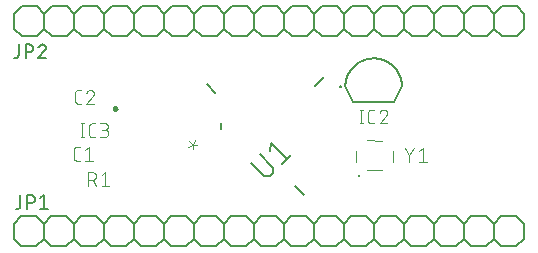
<source format=gbr>
G04 EAGLE Gerber RS-274X export*
G75*
%MOMM*%
%FSLAX34Y34*%
%LPD*%
%INSilkscreen Top*%
%IPPOS*%
%AMOC8*
5,1,8,0,0,1.08239X$1,22.5*%
G01*
%ADD10C,0.101600*%
%ADD11C,0.200000*%
%ADD12C,0.250000*%
%ADD13C,0.152400*%
%ADD14C,0.127000*%
%ADD15C,0.076200*%
%ADD16C,0.203200*%
%ADD17C,0.100000*%
%ADD18C,0.100000*%


D10*
X68601Y85108D02*
X66004Y85108D01*
X65905Y85110D01*
X65805Y85116D01*
X65706Y85125D01*
X65608Y85138D01*
X65510Y85155D01*
X65412Y85176D01*
X65316Y85201D01*
X65221Y85229D01*
X65127Y85261D01*
X65034Y85296D01*
X64942Y85335D01*
X64852Y85378D01*
X64764Y85423D01*
X64677Y85473D01*
X64593Y85525D01*
X64510Y85581D01*
X64430Y85639D01*
X64352Y85701D01*
X64277Y85766D01*
X64204Y85834D01*
X64134Y85904D01*
X64066Y85977D01*
X64001Y86052D01*
X63939Y86130D01*
X63881Y86210D01*
X63825Y86293D01*
X63773Y86377D01*
X63723Y86464D01*
X63678Y86552D01*
X63635Y86642D01*
X63596Y86734D01*
X63561Y86827D01*
X63529Y86921D01*
X63501Y87016D01*
X63476Y87112D01*
X63455Y87210D01*
X63438Y87308D01*
X63425Y87406D01*
X63416Y87505D01*
X63410Y87605D01*
X63408Y87704D01*
X63408Y94196D01*
X63410Y94295D01*
X63416Y94395D01*
X63425Y94494D01*
X63438Y94592D01*
X63455Y94690D01*
X63476Y94788D01*
X63501Y94884D01*
X63529Y94979D01*
X63561Y95073D01*
X63596Y95166D01*
X63635Y95258D01*
X63678Y95348D01*
X63723Y95436D01*
X63773Y95523D01*
X63825Y95607D01*
X63881Y95690D01*
X63939Y95770D01*
X64001Y95848D01*
X64066Y95923D01*
X64134Y95996D01*
X64204Y96066D01*
X64277Y96134D01*
X64352Y96199D01*
X64430Y96261D01*
X64510Y96319D01*
X64593Y96375D01*
X64677Y96427D01*
X64764Y96477D01*
X64852Y96522D01*
X64942Y96565D01*
X65034Y96604D01*
X65126Y96639D01*
X65221Y96671D01*
X65316Y96699D01*
X65412Y96724D01*
X65510Y96745D01*
X65608Y96762D01*
X65706Y96775D01*
X65805Y96784D01*
X65905Y96790D01*
X66004Y96792D01*
X68601Y96792D01*
X72966Y94196D02*
X76212Y96792D01*
X76212Y85108D01*
X79457Y85108D02*
X72966Y85108D01*
X69801Y133108D02*
X67204Y133108D01*
X67105Y133110D01*
X67005Y133116D01*
X66906Y133125D01*
X66808Y133138D01*
X66710Y133155D01*
X66612Y133176D01*
X66516Y133201D01*
X66421Y133229D01*
X66327Y133261D01*
X66234Y133296D01*
X66142Y133335D01*
X66052Y133378D01*
X65964Y133423D01*
X65877Y133473D01*
X65793Y133525D01*
X65710Y133581D01*
X65630Y133639D01*
X65552Y133701D01*
X65477Y133766D01*
X65404Y133834D01*
X65334Y133904D01*
X65266Y133977D01*
X65201Y134052D01*
X65139Y134130D01*
X65081Y134210D01*
X65025Y134293D01*
X64973Y134377D01*
X64923Y134464D01*
X64878Y134552D01*
X64835Y134642D01*
X64796Y134734D01*
X64761Y134827D01*
X64729Y134921D01*
X64701Y135016D01*
X64676Y135112D01*
X64655Y135210D01*
X64638Y135308D01*
X64625Y135406D01*
X64616Y135505D01*
X64610Y135605D01*
X64608Y135704D01*
X64608Y142196D01*
X64610Y142295D01*
X64616Y142395D01*
X64625Y142494D01*
X64638Y142592D01*
X64655Y142690D01*
X64676Y142788D01*
X64701Y142884D01*
X64729Y142979D01*
X64761Y143073D01*
X64796Y143166D01*
X64835Y143258D01*
X64878Y143348D01*
X64923Y143436D01*
X64973Y143523D01*
X65025Y143607D01*
X65081Y143690D01*
X65139Y143770D01*
X65201Y143848D01*
X65266Y143923D01*
X65334Y143996D01*
X65404Y144066D01*
X65477Y144134D01*
X65552Y144199D01*
X65630Y144261D01*
X65710Y144319D01*
X65793Y144375D01*
X65877Y144427D01*
X65964Y144477D01*
X66052Y144522D01*
X66142Y144565D01*
X66234Y144604D01*
X66326Y144639D01*
X66421Y144671D01*
X66516Y144699D01*
X66612Y144724D01*
X66710Y144745D01*
X66808Y144762D01*
X66906Y144775D01*
X67005Y144784D01*
X67105Y144790D01*
X67204Y144792D01*
X69801Y144792D01*
X77736Y144792D02*
X77843Y144790D01*
X77949Y144784D01*
X78055Y144774D01*
X78161Y144761D01*
X78267Y144743D01*
X78371Y144722D01*
X78475Y144697D01*
X78578Y144668D01*
X78679Y144636D01*
X78779Y144599D01*
X78878Y144559D01*
X78976Y144516D01*
X79072Y144469D01*
X79166Y144418D01*
X79258Y144364D01*
X79348Y144307D01*
X79436Y144247D01*
X79521Y144183D01*
X79604Y144116D01*
X79685Y144046D01*
X79763Y143974D01*
X79839Y143898D01*
X79911Y143820D01*
X79981Y143739D01*
X80048Y143656D01*
X80112Y143571D01*
X80172Y143483D01*
X80229Y143393D01*
X80283Y143301D01*
X80334Y143207D01*
X80381Y143111D01*
X80424Y143013D01*
X80464Y142914D01*
X80501Y142814D01*
X80533Y142713D01*
X80562Y142610D01*
X80587Y142506D01*
X80608Y142402D01*
X80626Y142296D01*
X80639Y142190D01*
X80649Y142084D01*
X80655Y141978D01*
X80657Y141871D01*
X77736Y144792D02*
X77615Y144790D01*
X77494Y144784D01*
X77374Y144774D01*
X77253Y144761D01*
X77134Y144743D01*
X77014Y144722D01*
X76896Y144697D01*
X76779Y144668D01*
X76662Y144635D01*
X76547Y144599D01*
X76433Y144558D01*
X76320Y144515D01*
X76208Y144467D01*
X76099Y144416D01*
X75991Y144361D01*
X75884Y144303D01*
X75780Y144242D01*
X75678Y144177D01*
X75578Y144109D01*
X75480Y144038D01*
X75384Y143964D01*
X75291Y143887D01*
X75201Y143806D01*
X75113Y143723D01*
X75028Y143637D01*
X74945Y143548D01*
X74866Y143457D01*
X74789Y143363D01*
X74716Y143267D01*
X74646Y143169D01*
X74579Y143068D01*
X74515Y142965D01*
X74455Y142860D01*
X74398Y142753D01*
X74344Y142645D01*
X74294Y142535D01*
X74248Y142423D01*
X74205Y142310D01*
X74166Y142195D01*
X79684Y139599D02*
X79763Y139676D01*
X79839Y139757D01*
X79912Y139840D01*
X79982Y139925D01*
X80049Y140013D01*
X80113Y140103D01*
X80173Y140195D01*
X80230Y140290D01*
X80284Y140386D01*
X80335Y140484D01*
X80382Y140584D01*
X80426Y140686D01*
X80466Y140789D01*
X80502Y140893D01*
X80534Y140999D01*
X80563Y141105D01*
X80588Y141213D01*
X80610Y141321D01*
X80627Y141431D01*
X80641Y141540D01*
X80650Y141650D01*
X80656Y141761D01*
X80658Y141871D01*
X79684Y139599D02*
X74166Y133108D01*
X80657Y133108D01*
D11*
X293400Y148100D02*
X293422Y148691D01*
X293459Y149281D01*
X293510Y149870D01*
X293575Y150458D01*
X293655Y151044D01*
X293750Y151628D01*
X293858Y152209D01*
X293981Y152788D01*
X294118Y153363D01*
X294269Y153935D01*
X294434Y154503D01*
X294613Y155066D01*
X294806Y155625D01*
X295013Y156180D01*
X295232Y156729D01*
X295466Y157272D01*
X295712Y157810D01*
X295972Y158341D01*
X296245Y158866D01*
X296530Y159384D01*
X296828Y159895D01*
X297139Y160398D01*
X297461Y160893D01*
X297796Y161381D01*
X298143Y161860D01*
X298501Y162331D01*
X298871Y162792D01*
X299252Y163244D01*
X299644Y163687D01*
X300047Y164120D01*
X300460Y164544D01*
X300883Y164956D01*
X301317Y165359D01*
X301760Y165750D01*
X302212Y166131D01*
X302674Y166500D01*
X303145Y166858D01*
X303624Y167205D01*
X304112Y167539D01*
X304608Y167861D01*
X305112Y168171D01*
X305623Y168469D01*
X306141Y168754D01*
X306666Y169026D01*
X307197Y169286D01*
X307735Y169532D01*
X308279Y169765D01*
X308828Y169984D01*
X309382Y170190D01*
X309941Y170382D01*
X310505Y170561D01*
X311073Y170726D01*
X311645Y170876D01*
X312220Y171013D01*
X312799Y171135D01*
X313380Y171243D01*
X313964Y171337D01*
X314550Y171417D01*
X315138Y171482D01*
X315727Y171533D01*
X316318Y171569D01*
X316909Y171591D01*
X317500Y171598D01*
X318091Y171591D01*
X318682Y171569D01*
X319273Y171533D01*
X319862Y171482D01*
X320450Y171417D01*
X321036Y171337D01*
X321620Y171243D01*
X322201Y171135D01*
X322780Y171013D01*
X323355Y170876D01*
X323927Y170726D01*
X324495Y170561D01*
X325059Y170382D01*
X325618Y170190D01*
X326172Y169984D01*
X326721Y169765D01*
X327265Y169532D01*
X327803Y169286D01*
X328334Y169026D01*
X328859Y168754D01*
X329377Y168469D01*
X329888Y168171D01*
X330392Y167861D01*
X330888Y167539D01*
X331376Y167205D01*
X331855Y166858D01*
X332326Y166500D01*
X332788Y166131D01*
X333240Y165750D01*
X333683Y165359D01*
X334117Y164956D01*
X334540Y164544D01*
X334953Y164120D01*
X335356Y163687D01*
X335748Y163244D01*
X336129Y162792D01*
X336499Y162331D01*
X336857Y161860D01*
X337204Y161381D01*
X337539Y160893D01*
X337861Y160398D01*
X338172Y159895D01*
X338470Y159384D01*
X338755Y158866D01*
X339028Y158341D01*
X339288Y157810D01*
X339534Y157272D01*
X339768Y156729D01*
X339987Y156180D01*
X340194Y155625D01*
X340387Y155066D01*
X340566Y154503D01*
X340731Y153935D01*
X340882Y153363D01*
X341019Y152788D01*
X341142Y152209D01*
X341250Y151628D01*
X341345Y151044D01*
X341425Y150458D01*
X341490Y149870D01*
X341541Y149281D01*
X341578Y148691D01*
X341600Y148100D01*
X300350Y134800D02*
X293400Y148100D01*
X300350Y134800D02*
X334650Y134800D01*
X341600Y148100D01*
X289191Y147970D02*
X289193Y148012D01*
X289199Y148054D01*
X289209Y148096D01*
X289222Y148136D01*
X289239Y148175D01*
X289260Y148212D01*
X289284Y148247D01*
X289311Y148279D01*
X289341Y148309D01*
X289373Y148336D01*
X289408Y148360D01*
X289445Y148381D01*
X289484Y148398D01*
X289524Y148411D01*
X289566Y148421D01*
X289608Y148427D01*
X289650Y148429D01*
X289692Y148427D01*
X289734Y148421D01*
X289776Y148411D01*
X289816Y148398D01*
X289855Y148381D01*
X289892Y148360D01*
X289927Y148336D01*
X289959Y148309D01*
X289989Y148279D01*
X290016Y148247D01*
X290040Y148212D01*
X290061Y148175D01*
X290078Y148136D01*
X290091Y148096D01*
X290101Y148054D01*
X290107Y148012D01*
X290109Y147970D01*
X290107Y147928D01*
X290101Y147886D01*
X290091Y147844D01*
X290078Y147804D01*
X290061Y147765D01*
X290040Y147728D01*
X290016Y147693D01*
X289989Y147661D01*
X289959Y147631D01*
X289927Y147604D01*
X289892Y147580D01*
X289855Y147559D01*
X289816Y147542D01*
X289776Y147529D01*
X289734Y147519D01*
X289692Y147513D01*
X289650Y147511D01*
X289608Y147513D01*
X289566Y147519D01*
X289524Y147529D01*
X289484Y147542D01*
X289445Y147559D01*
X289408Y147580D01*
X289373Y147604D01*
X289341Y147631D01*
X289311Y147661D01*
X289284Y147693D01*
X289260Y147728D01*
X289239Y147765D01*
X289222Y147804D01*
X289209Y147844D01*
X289199Y147886D01*
X289193Y147928D01*
X289191Y147970D01*
D10*
X307012Y128162D02*
X307012Y116478D01*
X305714Y116478D02*
X308310Y116478D01*
X308310Y128162D02*
X305714Y128162D01*
X315474Y116478D02*
X318070Y116478D01*
X315474Y116478D02*
X315375Y116480D01*
X315275Y116486D01*
X315176Y116495D01*
X315078Y116508D01*
X314980Y116525D01*
X314882Y116546D01*
X314786Y116571D01*
X314691Y116599D01*
X314597Y116631D01*
X314504Y116666D01*
X314412Y116705D01*
X314322Y116748D01*
X314234Y116793D01*
X314147Y116843D01*
X314063Y116895D01*
X313980Y116951D01*
X313900Y117009D01*
X313822Y117071D01*
X313747Y117136D01*
X313674Y117204D01*
X313604Y117274D01*
X313536Y117347D01*
X313471Y117422D01*
X313409Y117500D01*
X313351Y117580D01*
X313295Y117663D01*
X313243Y117747D01*
X313193Y117834D01*
X313148Y117922D01*
X313105Y118012D01*
X313066Y118104D01*
X313031Y118197D01*
X312999Y118291D01*
X312971Y118386D01*
X312946Y118482D01*
X312925Y118580D01*
X312908Y118678D01*
X312895Y118776D01*
X312886Y118875D01*
X312880Y118975D01*
X312878Y119074D01*
X312877Y119074D02*
X312877Y125566D01*
X312878Y125566D02*
X312880Y125665D01*
X312886Y125765D01*
X312895Y125864D01*
X312908Y125962D01*
X312925Y126060D01*
X312946Y126158D01*
X312971Y126254D01*
X312999Y126349D01*
X313031Y126443D01*
X313066Y126536D01*
X313105Y126628D01*
X313148Y126718D01*
X313193Y126806D01*
X313243Y126893D01*
X313295Y126977D01*
X313351Y127060D01*
X313409Y127140D01*
X313471Y127218D01*
X313536Y127293D01*
X313604Y127366D01*
X313674Y127436D01*
X313747Y127504D01*
X313822Y127569D01*
X313900Y127631D01*
X313980Y127689D01*
X314063Y127745D01*
X314147Y127797D01*
X314234Y127847D01*
X314322Y127892D01*
X314412Y127935D01*
X314504Y127974D01*
X314596Y128009D01*
X314691Y128041D01*
X314786Y128069D01*
X314882Y128094D01*
X314980Y128115D01*
X315078Y128132D01*
X315176Y128145D01*
X315275Y128154D01*
X315375Y128160D01*
X315474Y128162D01*
X318070Y128162D01*
X326005Y128162D02*
X326112Y128160D01*
X326218Y128154D01*
X326324Y128144D01*
X326430Y128131D01*
X326536Y128113D01*
X326640Y128092D01*
X326744Y128067D01*
X326847Y128038D01*
X326948Y128006D01*
X327048Y127969D01*
X327147Y127929D01*
X327245Y127886D01*
X327341Y127839D01*
X327435Y127788D01*
X327527Y127734D01*
X327617Y127677D01*
X327705Y127617D01*
X327790Y127553D01*
X327873Y127486D01*
X327954Y127416D01*
X328032Y127344D01*
X328108Y127268D01*
X328180Y127190D01*
X328250Y127109D01*
X328317Y127026D01*
X328381Y126941D01*
X328441Y126853D01*
X328498Y126763D01*
X328552Y126671D01*
X328603Y126577D01*
X328650Y126481D01*
X328693Y126383D01*
X328733Y126284D01*
X328770Y126184D01*
X328802Y126083D01*
X328831Y125980D01*
X328856Y125876D01*
X328877Y125772D01*
X328895Y125666D01*
X328908Y125560D01*
X328918Y125454D01*
X328924Y125348D01*
X328926Y125241D01*
X326005Y128162D02*
X325884Y128160D01*
X325763Y128154D01*
X325643Y128144D01*
X325522Y128131D01*
X325403Y128113D01*
X325283Y128092D01*
X325165Y128067D01*
X325048Y128038D01*
X324931Y128005D01*
X324816Y127969D01*
X324702Y127928D01*
X324589Y127885D01*
X324477Y127837D01*
X324368Y127786D01*
X324260Y127731D01*
X324153Y127673D01*
X324049Y127612D01*
X323947Y127547D01*
X323847Y127479D01*
X323749Y127408D01*
X323653Y127334D01*
X323560Y127257D01*
X323470Y127176D01*
X323382Y127093D01*
X323297Y127007D01*
X323214Y126918D01*
X323135Y126827D01*
X323058Y126733D01*
X322985Y126637D01*
X322915Y126539D01*
X322848Y126438D01*
X322784Y126335D01*
X322724Y126230D01*
X322667Y126123D01*
X322613Y126015D01*
X322563Y125905D01*
X322517Y125793D01*
X322474Y125680D01*
X322435Y125565D01*
X327953Y122969D02*
X328032Y123046D01*
X328108Y123127D01*
X328181Y123210D01*
X328251Y123295D01*
X328318Y123383D01*
X328382Y123473D01*
X328442Y123565D01*
X328499Y123660D01*
X328553Y123756D01*
X328604Y123854D01*
X328651Y123954D01*
X328695Y124056D01*
X328735Y124159D01*
X328771Y124263D01*
X328803Y124369D01*
X328832Y124475D01*
X328857Y124583D01*
X328879Y124691D01*
X328896Y124801D01*
X328910Y124910D01*
X328919Y125020D01*
X328925Y125131D01*
X328927Y125241D01*
X327953Y122969D02*
X322435Y116478D01*
X328926Y116478D01*
D12*
X97250Y128950D02*
X97252Y129020D01*
X97258Y129090D01*
X97268Y129159D01*
X97281Y129228D01*
X97299Y129296D01*
X97320Y129363D01*
X97345Y129428D01*
X97374Y129492D01*
X97406Y129555D01*
X97442Y129615D01*
X97481Y129673D01*
X97523Y129729D01*
X97568Y129783D01*
X97616Y129834D01*
X97667Y129882D01*
X97721Y129927D01*
X97777Y129969D01*
X97835Y130008D01*
X97895Y130044D01*
X97958Y130076D01*
X98022Y130105D01*
X98087Y130130D01*
X98154Y130151D01*
X98222Y130169D01*
X98291Y130182D01*
X98360Y130192D01*
X98430Y130198D01*
X98500Y130200D01*
X98570Y130198D01*
X98640Y130192D01*
X98709Y130182D01*
X98778Y130169D01*
X98846Y130151D01*
X98913Y130130D01*
X98978Y130105D01*
X99042Y130076D01*
X99105Y130044D01*
X99165Y130008D01*
X99223Y129969D01*
X99279Y129927D01*
X99333Y129882D01*
X99384Y129834D01*
X99432Y129783D01*
X99477Y129729D01*
X99519Y129673D01*
X99558Y129615D01*
X99594Y129555D01*
X99626Y129492D01*
X99655Y129428D01*
X99680Y129363D01*
X99701Y129296D01*
X99719Y129228D01*
X99732Y129159D01*
X99742Y129090D01*
X99748Y129020D01*
X99750Y128950D01*
X99748Y128880D01*
X99742Y128810D01*
X99732Y128741D01*
X99719Y128672D01*
X99701Y128604D01*
X99680Y128537D01*
X99655Y128472D01*
X99626Y128408D01*
X99594Y128345D01*
X99558Y128285D01*
X99519Y128227D01*
X99477Y128171D01*
X99432Y128117D01*
X99384Y128066D01*
X99333Y128018D01*
X99279Y127973D01*
X99223Y127931D01*
X99165Y127892D01*
X99105Y127856D01*
X99042Y127824D01*
X98978Y127795D01*
X98913Y127770D01*
X98846Y127749D01*
X98778Y127731D01*
X98709Y127718D01*
X98640Y127708D01*
X98570Y127702D01*
X98500Y127700D01*
X98430Y127702D01*
X98360Y127708D01*
X98291Y127718D01*
X98222Y127731D01*
X98154Y127749D01*
X98087Y127770D01*
X98022Y127795D01*
X97958Y127824D01*
X97895Y127856D01*
X97835Y127892D01*
X97777Y127931D01*
X97721Y127973D01*
X97667Y128018D01*
X97616Y128066D01*
X97568Y128117D01*
X97523Y128171D01*
X97481Y128227D01*
X97442Y128285D01*
X97406Y128345D01*
X97374Y128408D01*
X97345Y128472D01*
X97320Y128537D01*
X97299Y128604D01*
X97281Y128672D01*
X97268Y128741D01*
X97258Y128810D01*
X97252Y128880D01*
X97250Y128950D01*
D10*
X70692Y116542D02*
X70692Y104858D01*
X69394Y104858D02*
X71990Y104858D01*
X71990Y116542D02*
X69394Y116542D01*
X79154Y104858D02*
X81750Y104858D01*
X79154Y104858D02*
X79055Y104860D01*
X78955Y104866D01*
X78856Y104875D01*
X78758Y104888D01*
X78660Y104905D01*
X78562Y104926D01*
X78466Y104951D01*
X78371Y104979D01*
X78277Y105011D01*
X78184Y105046D01*
X78092Y105085D01*
X78002Y105128D01*
X77914Y105173D01*
X77827Y105223D01*
X77743Y105275D01*
X77660Y105331D01*
X77580Y105389D01*
X77502Y105451D01*
X77427Y105516D01*
X77354Y105584D01*
X77284Y105654D01*
X77216Y105727D01*
X77151Y105802D01*
X77089Y105880D01*
X77031Y105960D01*
X76975Y106043D01*
X76923Y106127D01*
X76873Y106214D01*
X76828Y106302D01*
X76785Y106392D01*
X76746Y106484D01*
X76711Y106577D01*
X76679Y106671D01*
X76651Y106766D01*
X76626Y106862D01*
X76605Y106960D01*
X76588Y107058D01*
X76575Y107156D01*
X76566Y107255D01*
X76560Y107355D01*
X76558Y107454D01*
X76557Y107454D02*
X76557Y113946D01*
X76558Y113946D02*
X76560Y114045D01*
X76566Y114145D01*
X76575Y114244D01*
X76588Y114342D01*
X76605Y114440D01*
X76626Y114538D01*
X76651Y114634D01*
X76679Y114729D01*
X76711Y114823D01*
X76746Y114916D01*
X76785Y115008D01*
X76828Y115098D01*
X76873Y115186D01*
X76923Y115273D01*
X76975Y115357D01*
X77031Y115440D01*
X77089Y115520D01*
X77151Y115598D01*
X77216Y115673D01*
X77284Y115746D01*
X77354Y115816D01*
X77427Y115884D01*
X77502Y115949D01*
X77580Y116011D01*
X77660Y116069D01*
X77743Y116125D01*
X77827Y116177D01*
X77914Y116227D01*
X78002Y116272D01*
X78092Y116315D01*
X78184Y116354D01*
X78276Y116389D01*
X78371Y116421D01*
X78466Y116449D01*
X78562Y116474D01*
X78660Y116495D01*
X78758Y116512D01*
X78856Y116525D01*
X78955Y116534D01*
X79055Y116540D01*
X79154Y116542D01*
X81750Y116542D01*
X86115Y104858D02*
X89361Y104858D01*
X89474Y104860D01*
X89587Y104866D01*
X89700Y104876D01*
X89813Y104890D01*
X89925Y104907D01*
X90036Y104929D01*
X90146Y104954D01*
X90256Y104984D01*
X90364Y105017D01*
X90471Y105054D01*
X90577Y105094D01*
X90681Y105139D01*
X90784Y105187D01*
X90885Y105238D01*
X90984Y105293D01*
X91081Y105351D01*
X91176Y105413D01*
X91269Y105478D01*
X91359Y105546D01*
X91447Y105617D01*
X91533Y105692D01*
X91616Y105769D01*
X91696Y105849D01*
X91773Y105932D01*
X91848Y106018D01*
X91919Y106106D01*
X91987Y106196D01*
X92052Y106289D01*
X92114Y106384D01*
X92172Y106481D01*
X92227Y106580D01*
X92278Y106681D01*
X92326Y106784D01*
X92371Y106888D01*
X92411Y106994D01*
X92448Y107101D01*
X92481Y107209D01*
X92511Y107319D01*
X92536Y107429D01*
X92558Y107540D01*
X92575Y107652D01*
X92589Y107765D01*
X92599Y107878D01*
X92605Y107991D01*
X92607Y108104D01*
X92605Y108217D01*
X92599Y108330D01*
X92589Y108443D01*
X92575Y108556D01*
X92558Y108668D01*
X92536Y108779D01*
X92511Y108889D01*
X92481Y108999D01*
X92448Y109107D01*
X92411Y109214D01*
X92371Y109320D01*
X92326Y109424D01*
X92278Y109527D01*
X92227Y109628D01*
X92172Y109727D01*
X92114Y109824D01*
X92052Y109919D01*
X91987Y110012D01*
X91919Y110102D01*
X91848Y110190D01*
X91773Y110276D01*
X91696Y110359D01*
X91616Y110439D01*
X91533Y110516D01*
X91447Y110591D01*
X91359Y110662D01*
X91269Y110730D01*
X91176Y110795D01*
X91081Y110857D01*
X90984Y110915D01*
X90885Y110970D01*
X90784Y111021D01*
X90681Y111069D01*
X90577Y111114D01*
X90471Y111154D01*
X90364Y111191D01*
X90256Y111224D01*
X90146Y111254D01*
X90036Y111279D01*
X89925Y111301D01*
X89813Y111318D01*
X89700Y111332D01*
X89587Y111342D01*
X89474Y111348D01*
X89361Y111350D01*
X90010Y116542D02*
X86115Y116542D01*
X90010Y116542D02*
X90111Y116540D01*
X90211Y116534D01*
X90311Y116524D01*
X90411Y116511D01*
X90510Y116493D01*
X90609Y116472D01*
X90706Y116447D01*
X90803Y116418D01*
X90898Y116385D01*
X90992Y116349D01*
X91084Y116309D01*
X91175Y116266D01*
X91264Y116219D01*
X91351Y116169D01*
X91437Y116115D01*
X91520Y116058D01*
X91600Y115998D01*
X91679Y115935D01*
X91755Y115868D01*
X91828Y115799D01*
X91898Y115727D01*
X91966Y115653D01*
X92031Y115576D01*
X92092Y115496D01*
X92151Y115414D01*
X92206Y115330D01*
X92258Y115244D01*
X92307Y115156D01*
X92352Y115066D01*
X92394Y114974D01*
X92432Y114881D01*
X92466Y114786D01*
X92497Y114691D01*
X92524Y114594D01*
X92547Y114496D01*
X92567Y114397D01*
X92582Y114297D01*
X92594Y114197D01*
X92602Y114097D01*
X92606Y113996D01*
X92606Y113896D01*
X92602Y113795D01*
X92594Y113695D01*
X92582Y113595D01*
X92567Y113495D01*
X92547Y113396D01*
X92524Y113298D01*
X92497Y113201D01*
X92466Y113106D01*
X92432Y113011D01*
X92394Y112918D01*
X92352Y112826D01*
X92307Y112736D01*
X92258Y112648D01*
X92206Y112562D01*
X92151Y112478D01*
X92092Y112396D01*
X92031Y112316D01*
X91966Y112239D01*
X91898Y112165D01*
X91828Y112093D01*
X91755Y112024D01*
X91679Y111957D01*
X91600Y111894D01*
X91520Y111834D01*
X91437Y111777D01*
X91351Y111723D01*
X91264Y111673D01*
X91175Y111626D01*
X91084Y111583D01*
X90992Y111543D01*
X90898Y111507D01*
X90803Y111474D01*
X90706Y111445D01*
X90609Y111420D01*
X90510Y111399D01*
X90411Y111381D01*
X90311Y111368D01*
X90211Y111358D01*
X90111Y111352D01*
X90010Y111350D01*
X90010Y111349D02*
X87414Y111349D01*
D13*
X400050Y38100D02*
X412750Y38100D01*
X419100Y31750D01*
X419100Y19050D01*
X412750Y12700D01*
X374650Y38100D02*
X368300Y31750D01*
X374650Y38100D02*
X387350Y38100D01*
X393700Y31750D01*
X393700Y19050D01*
X387350Y12700D01*
X374650Y12700D01*
X368300Y19050D01*
X393700Y31750D02*
X400050Y38100D01*
X393700Y19050D02*
X400050Y12700D01*
X412750Y12700D01*
X336550Y38100D02*
X323850Y38100D01*
X336550Y38100D02*
X342900Y31750D01*
X342900Y19050D01*
X336550Y12700D01*
X342900Y31750D02*
X349250Y38100D01*
X361950Y38100D01*
X368300Y31750D01*
X368300Y19050D01*
X361950Y12700D01*
X349250Y12700D01*
X342900Y19050D01*
X298450Y38100D02*
X292100Y31750D01*
X298450Y38100D02*
X311150Y38100D01*
X317500Y31750D01*
X317500Y19050D01*
X311150Y12700D01*
X298450Y12700D01*
X292100Y19050D01*
X317500Y31750D02*
X323850Y38100D01*
X317500Y19050D02*
X323850Y12700D01*
X336550Y12700D01*
X260350Y38100D02*
X247650Y38100D01*
X260350Y38100D02*
X266700Y31750D01*
X266700Y19050D01*
X260350Y12700D01*
X266700Y31750D02*
X273050Y38100D01*
X285750Y38100D01*
X292100Y31750D01*
X292100Y19050D01*
X285750Y12700D01*
X273050Y12700D01*
X266700Y19050D01*
X222250Y38100D02*
X215900Y31750D01*
X222250Y38100D02*
X234950Y38100D01*
X241300Y31750D01*
X241300Y19050D01*
X234950Y12700D01*
X222250Y12700D01*
X215900Y19050D01*
X241300Y31750D02*
X247650Y38100D01*
X241300Y19050D02*
X247650Y12700D01*
X260350Y12700D01*
X184150Y38100D02*
X171450Y38100D01*
X184150Y38100D02*
X190500Y31750D01*
X190500Y19050D01*
X184150Y12700D01*
X190500Y31750D02*
X196850Y38100D01*
X209550Y38100D01*
X215900Y31750D01*
X215900Y19050D01*
X209550Y12700D01*
X196850Y12700D01*
X190500Y19050D01*
X146050Y38100D02*
X139700Y31750D01*
X146050Y38100D02*
X158750Y38100D01*
X165100Y31750D01*
X165100Y19050D01*
X158750Y12700D01*
X146050Y12700D01*
X139700Y19050D01*
X165100Y31750D02*
X171450Y38100D01*
X165100Y19050D02*
X171450Y12700D01*
X184150Y12700D01*
X107950Y38100D02*
X95250Y38100D01*
X107950Y38100D02*
X114300Y31750D01*
X114300Y19050D01*
X107950Y12700D01*
X114300Y31750D02*
X120650Y38100D01*
X133350Y38100D01*
X139700Y31750D01*
X139700Y19050D01*
X133350Y12700D01*
X120650Y12700D01*
X114300Y19050D01*
X69850Y38100D02*
X63500Y31750D01*
X69850Y38100D02*
X82550Y38100D01*
X88900Y31750D01*
X88900Y19050D01*
X82550Y12700D01*
X69850Y12700D01*
X63500Y19050D01*
X88900Y31750D02*
X95250Y38100D01*
X88900Y19050D02*
X95250Y12700D01*
X107950Y12700D01*
X31750Y38100D02*
X19050Y38100D01*
X31750Y38100D02*
X38100Y31750D01*
X38100Y19050D01*
X31750Y12700D01*
X38100Y31750D02*
X44450Y38100D01*
X57150Y38100D01*
X63500Y31750D01*
X63500Y19050D01*
X57150Y12700D01*
X44450Y12700D01*
X38100Y19050D01*
X12700Y19050D02*
X12700Y31750D01*
X19050Y38100D01*
X12700Y19050D02*
X19050Y12700D01*
X31750Y12700D01*
X419100Y31750D02*
X425450Y38100D01*
X438150Y38100D01*
X444500Y31750D01*
X444500Y19050D01*
X438150Y12700D01*
X425450Y12700D01*
X419100Y19050D01*
D14*
X18383Y46863D02*
X18383Y55753D01*
X18383Y46863D02*
X18381Y46763D01*
X18375Y46664D01*
X18365Y46564D01*
X18352Y46466D01*
X18334Y46367D01*
X18313Y46270D01*
X18288Y46174D01*
X18259Y46078D01*
X18226Y45984D01*
X18190Y45891D01*
X18150Y45800D01*
X18106Y45710D01*
X18059Y45622D01*
X18009Y45536D01*
X17955Y45452D01*
X17898Y45370D01*
X17838Y45291D01*
X17774Y45213D01*
X17708Y45139D01*
X17639Y45067D01*
X17567Y44998D01*
X17493Y44932D01*
X17415Y44868D01*
X17336Y44808D01*
X17254Y44751D01*
X17170Y44697D01*
X17084Y44647D01*
X16996Y44600D01*
X16906Y44556D01*
X16815Y44516D01*
X16722Y44480D01*
X16628Y44447D01*
X16532Y44418D01*
X16436Y44393D01*
X16339Y44372D01*
X16240Y44354D01*
X16142Y44341D01*
X16042Y44331D01*
X15943Y44325D01*
X15843Y44323D01*
X14573Y44323D01*
X24363Y44323D02*
X24363Y55753D01*
X27538Y55753D01*
X27649Y55751D01*
X27759Y55745D01*
X27870Y55736D01*
X27980Y55722D01*
X28089Y55705D01*
X28198Y55684D01*
X28306Y55659D01*
X28413Y55630D01*
X28519Y55598D01*
X28624Y55562D01*
X28727Y55522D01*
X28829Y55479D01*
X28930Y55432D01*
X29029Y55381D01*
X29126Y55328D01*
X29220Y55271D01*
X29313Y55210D01*
X29404Y55147D01*
X29493Y55080D01*
X29579Y55010D01*
X29662Y54937D01*
X29744Y54862D01*
X29822Y54784D01*
X29897Y54702D01*
X29970Y54619D01*
X30040Y54533D01*
X30107Y54444D01*
X30170Y54353D01*
X30231Y54260D01*
X30288Y54165D01*
X30341Y54069D01*
X30392Y53970D01*
X30439Y53869D01*
X30482Y53767D01*
X30522Y53664D01*
X30558Y53559D01*
X30590Y53453D01*
X30619Y53346D01*
X30644Y53238D01*
X30665Y53129D01*
X30682Y53020D01*
X30696Y52910D01*
X30705Y52799D01*
X30711Y52689D01*
X30713Y52578D01*
X30711Y52467D01*
X30705Y52357D01*
X30696Y52246D01*
X30682Y52136D01*
X30665Y52027D01*
X30644Y51918D01*
X30619Y51810D01*
X30590Y51703D01*
X30558Y51597D01*
X30522Y51492D01*
X30482Y51389D01*
X30439Y51287D01*
X30392Y51186D01*
X30341Y51087D01*
X30288Y50990D01*
X30231Y50896D01*
X30170Y50803D01*
X30107Y50712D01*
X30040Y50623D01*
X29970Y50537D01*
X29897Y50454D01*
X29822Y50372D01*
X29744Y50294D01*
X29662Y50219D01*
X29579Y50146D01*
X29493Y50076D01*
X29404Y50009D01*
X29313Y49946D01*
X29220Y49885D01*
X29125Y49828D01*
X29029Y49775D01*
X28930Y49724D01*
X28829Y49677D01*
X28727Y49634D01*
X28624Y49594D01*
X28519Y49558D01*
X28413Y49526D01*
X28306Y49497D01*
X28198Y49472D01*
X28089Y49451D01*
X27980Y49434D01*
X27870Y49420D01*
X27759Y49411D01*
X27649Y49405D01*
X27538Y49403D01*
X24363Y49403D01*
X35222Y53213D02*
X38397Y55753D01*
X38397Y44323D01*
X35222Y44323D02*
X41572Y44323D01*
D13*
X400450Y215700D02*
X413150Y215700D01*
X419500Y209350D01*
X419500Y196650D01*
X413150Y190300D01*
X375050Y215700D02*
X368700Y209350D01*
X375050Y215700D02*
X387750Y215700D01*
X394100Y209350D01*
X394100Y196650D01*
X387750Y190300D01*
X375050Y190300D01*
X368700Y196650D01*
X394100Y209350D02*
X400450Y215700D01*
X394100Y196650D02*
X400450Y190300D01*
X413150Y190300D01*
X336950Y215700D02*
X324250Y215700D01*
X336950Y215700D02*
X343300Y209350D01*
X343300Y196650D01*
X336950Y190300D01*
X343300Y209350D02*
X349650Y215700D01*
X362350Y215700D01*
X368700Y209350D01*
X368700Y196650D01*
X362350Y190300D01*
X349650Y190300D01*
X343300Y196650D01*
X298850Y215700D02*
X292500Y209350D01*
X298850Y215700D02*
X311550Y215700D01*
X317900Y209350D01*
X317900Y196650D01*
X311550Y190300D01*
X298850Y190300D01*
X292500Y196650D01*
X317900Y209350D02*
X324250Y215700D01*
X317900Y196650D02*
X324250Y190300D01*
X336950Y190300D01*
X260750Y215700D02*
X248050Y215700D01*
X260750Y215700D02*
X267100Y209350D01*
X267100Y196650D01*
X260750Y190300D01*
X267100Y209350D02*
X273450Y215700D01*
X286150Y215700D01*
X292500Y209350D01*
X292500Y196650D01*
X286150Y190300D01*
X273450Y190300D01*
X267100Y196650D01*
X222650Y215700D02*
X216300Y209350D01*
X222650Y215700D02*
X235350Y215700D01*
X241700Y209350D01*
X241700Y196650D01*
X235350Y190300D01*
X222650Y190300D01*
X216300Y196650D01*
X241700Y209350D02*
X248050Y215700D01*
X241700Y196650D02*
X248050Y190300D01*
X260750Y190300D01*
X184550Y215700D02*
X171850Y215700D01*
X184550Y215700D02*
X190900Y209350D01*
X190900Y196650D01*
X184550Y190300D01*
X190900Y209350D02*
X197250Y215700D01*
X209950Y215700D01*
X216300Y209350D01*
X216300Y196650D01*
X209950Y190300D01*
X197250Y190300D01*
X190900Y196650D01*
X146450Y215700D02*
X140100Y209350D01*
X146450Y215700D02*
X159150Y215700D01*
X165500Y209350D01*
X165500Y196650D01*
X159150Y190300D01*
X146450Y190300D01*
X140100Y196650D01*
X165500Y209350D02*
X171850Y215700D01*
X165500Y196650D02*
X171850Y190300D01*
X184550Y190300D01*
X108350Y215700D02*
X95650Y215700D01*
X108350Y215700D02*
X114700Y209350D01*
X114700Y196650D01*
X108350Y190300D01*
X114700Y209350D02*
X121050Y215700D01*
X133750Y215700D01*
X140100Y209350D01*
X140100Y196650D01*
X133750Y190300D01*
X121050Y190300D01*
X114700Y196650D01*
X70250Y215700D02*
X63900Y209350D01*
X70250Y215700D02*
X82950Y215700D01*
X89300Y209350D01*
X89300Y196650D01*
X82950Y190300D01*
X70250Y190300D01*
X63900Y196650D01*
X89300Y209350D02*
X95650Y215700D01*
X89300Y196650D02*
X95650Y190300D01*
X108350Y190300D01*
X32150Y215700D02*
X19450Y215700D01*
X32150Y215700D02*
X38500Y209350D01*
X38500Y196650D01*
X32150Y190300D01*
X38500Y209350D02*
X44850Y215700D01*
X57550Y215700D01*
X63900Y209350D01*
X63900Y196650D01*
X57550Y190300D01*
X44850Y190300D01*
X38500Y196650D01*
X13100Y196650D02*
X13100Y209350D01*
X19450Y215700D01*
X13100Y196650D02*
X19450Y190300D01*
X32150Y190300D01*
X419500Y209350D02*
X425850Y215700D01*
X438550Y215700D01*
X444900Y209350D01*
X444900Y196650D01*
X438550Y190300D01*
X425850Y190300D01*
X419500Y196650D01*
D14*
X16783Y183353D02*
X16783Y174463D01*
X16781Y174363D01*
X16775Y174264D01*
X16765Y174164D01*
X16752Y174066D01*
X16734Y173967D01*
X16713Y173870D01*
X16688Y173774D01*
X16659Y173678D01*
X16626Y173584D01*
X16590Y173491D01*
X16550Y173400D01*
X16506Y173310D01*
X16459Y173222D01*
X16409Y173136D01*
X16355Y173052D01*
X16298Y172970D01*
X16238Y172891D01*
X16174Y172813D01*
X16108Y172739D01*
X16039Y172667D01*
X15967Y172598D01*
X15893Y172532D01*
X15815Y172468D01*
X15736Y172408D01*
X15654Y172351D01*
X15570Y172297D01*
X15484Y172247D01*
X15396Y172200D01*
X15306Y172156D01*
X15215Y172116D01*
X15122Y172080D01*
X15028Y172047D01*
X14932Y172018D01*
X14836Y171993D01*
X14739Y171972D01*
X14640Y171954D01*
X14542Y171941D01*
X14442Y171931D01*
X14343Y171925D01*
X14243Y171923D01*
X12973Y171923D01*
X22763Y171923D02*
X22763Y183353D01*
X25938Y183353D01*
X26049Y183351D01*
X26159Y183345D01*
X26270Y183336D01*
X26380Y183322D01*
X26489Y183305D01*
X26598Y183284D01*
X26706Y183259D01*
X26813Y183230D01*
X26919Y183198D01*
X27024Y183162D01*
X27127Y183122D01*
X27229Y183079D01*
X27330Y183032D01*
X27429Y182981D01*
X27526Y182928D01*
X27620Y182871D01*
X27713Y182810D01*
X27804Y182747D01*
X27893Y182680D01*
X27979Y182610D01*
X28062Y182537D01*
X28144Y182462D01*
X28222Y182384D01*
X28297Y182302D01*
X28370Y182219D01*
X28440Y182133D01*
X28507Y182044D01*
X28570Y181953D01*
X28631Y181860D01*
X28688Y181765D01*
X28741Y181669D01*
X28792Y181570D01*
X28839Y181469D01*
X28882Y181367D01*
X28922Y181264D01*
X28958Y181159D01*
X28990Y181053D01*
X29019Y180946D01*
X29044Y180838D01*
X29065Y180729D01*
X29082Y180620D01*
X29096Y180510D01*
X29105Y180399D01*
X29111Y180289D01*
X29113Y180178D01*
X29111Y180067D01*
X29105Y179957D01*
X29096Y179846D01*
X29082Y179736D01*
X29065Y179627D01*
X29044Y179518D01*
X29019Y179410D01*
X28990Y179303D01*
X28958Y179197D01*
X28922Y179092D01*
X28882Y178989D01*
X28839Y178887D01*
X28792Y178786D01*
X28741Y178687D01*
X28688Y178590D01*
X28631Y178496D01*
X28570Y178403D01*
X28507Y178312D01*
X28440Y178223D01*
X28370Y178137D01*
X28297Y178054D01*
X28222Y177972D01*
X28144Y177894D01*
X28062Y177819D01*
X27979Y177746D01*
X27893Y177676D01*
X27804Y177609D01*
X27713Y177546D01*
X27620Y177485D01*
X27525Y177428D01*
X27429Y177375D01*
X27330Y177324D01*
X27229Y177277D01*
X27127Y177234D01*
X27024Y177194D01*
X26919Y177158D01*
X26813Y177126D01*
X26706Y177097D01*
X26598Y177072D01*
X26489Y177051D01*
X26380Y177034D01*
X26270Y177020D01*
X26159Y177011D01*
X26049Y177005D01*
X25938Y177003D01*
X22763Y177003D01*
X37114Y183354D02*
X37218Y183352D01*
X37323Y183346D01*
X37427Y183337D01*
X37530Y183324D01*
X37633Y183306D01*
X37735Y183286D01*
X37837Y183261D01*
X37937Y183233D01*
X38037Y183201D01*
X38135Y183165D01*
X38232Y183126D01*
X38327Y183084D01*
X38421Y183038D01*
X38513Y182988D01*
X38603Y182936D01*
X38691Y182880D01*
X38777Y182820D01*
X38861Y182758D01*
X38942Y182693D01*
X39021Y182625D01*
X39098Y182553D01*
X39171Y182480D01*
X39243Y182403D01*
X39311Y182324D01*
X39376Y182243D01*
X39438Y182159D01*
X39498Y182073D01*
X39554Y181985D01*
X39606Y181895D01*
X39656Y181803D01*
X39702Y181709D01*
X39744Y181614D01*
X39783Y181517D01*
X39819Y181419D01*
X39851Y181319D01*
X39879Y181219D01*
X39904Y181117D01*
X39924Y181015D01*
X39942Y180912D01*
X39955Y180809D01*
X39964Y180705D01*
X39970Y180600D01*
X39972Y180496D01*
X37114Y183353D02*
X36996Y183351D01*
X36877Y183345D01*
X36759Y183336D01*
X36642Y183323D01*
X36525Y183305D01*
X36408Y183285D01*
X36292Y183260D01*
X36177Y183232D01*
X36064Y183199D01*
X35951Y183164D01*
X35839Y183124D01*
X35729Y183082D01*
X35620Y183035D01*
X35512Y182985D01*
X35407Y182932D01*
X35303Y182875D01*
X35201Y182815D01*
X35101Y182752D01*
X35003Y182685D01*
X34907Y182616D01*
X34814Y182543D01*
X34723Y182467D01*
X34634Y182389D01*
X34548Y182307D01*
X34465Y182223D01*
X34384Y182137D01*
X34307Y182047D01*
X34232Y181956D01*
X34160Y181862D01*
X34091Y181765D01*
X34026Y181667D01*
X33963Y181566D01*
X33904Y181463D01*
X33848Y181359D01*
X33796Y181253D01*
X33747Y181145D01*
X33702Y181036D01*
X33660Y180925D01*
X33622Y180813D01*
X39020Y178274D02*
X39096Y178349D01*
X39171Y178428D01*
X39242Y178509D01*
X39311Y178593D01*
X39376Y178679D01*
X39438Y178767D01*
X39498Y178857D01*
X39554Y178949D01*
X39607Y179044D01*
X39656Y179140D01*
X39702Y179238D01*
X39745Y179337D01*
X39784Y179438D01*
X39819Y179540D01*
X39851Y179643D01*
X39879Y179747D01*
X39904Y179852D01*
X39925Y179959D01*
X39942Y180065D01*
X39955Y180172D01*
X39964Y180280D01*
X39970Y180388D01*
X39972Y180496D01*
X39019Y178273D02*
X33622Y171923D01*
X39972Y171923D01*
D10*
X75758Y75242D02*
X75758Y63558D01*
X75758Y75242D02*
X79004Y75242D01*
X79117Y75240D01*
X79230Y75234D01*
X79343Y75224D01*
X79456Y75210D01*
X79568Y75193D01*
X79679Y75171D01*
X79789Y75146D01*
X79899Y75116D01*
X80007Y75083D01*
X80114Y75046D01*
X80220Y75006D01*
X80324Y74961D01*
X80427Y74913D01*
X80528Y74862D01*
X80627Y74807D01*
X80724Y74749D01*
X80819Y74687D01*
X80912Y74622D01*
X81002Y74554D01*
X81090Y74483D01*
X81176Y74408D01*
X81259Y74331D01*
X81339Y74251D01*
X81416Y74168D01*
X81491Y74082D01*
X81562Y73994D01*
X81630Y73904D01*
X81695Y73811D01*
X81757Y73716D01*
X81815Y73619D01*
X81870Y73520D01*
X81921Y73419D01*
X81969Y73316D01*
X82014Y73212D01*
X82054Y73106D01*
X82091Y72999D01*
X82124Y72891D01*
X82154Y72781D01*
X82179Y72671D01*
X82201Y72560D01*
X82218Y72448D01*
X82232Y72335D01*
X82242Y72222D01*
X82248Y72109D01*
X82250Y71996D01*
X82248Y71883D01*
X82242Y71770D01*
X82232Y71657D01*
X82218Y71544D01*
X82201Y71432D01*
X82179Y71321D01*
X82154Y71211D01*
X82124Y71101D01*
X82091Y70993D01*
X82054Y70886D01*
X82014Y70780D01*
X81969Y70676D01*
X81921Y70573D01*
X81870Y70472D01*
X81815Y70373D01*
X81757Y70276D01*
X81695Y70181D01*
X81630Y70088D01*
X81562Y69998D01*
X81491Y69910D01*
X81416Y69824D01*
X81339Y69741D01*
X81259Y69661D01*
X81176Y69584D01*
X81090Y69509D01*
X81002Y69438D01*
X80912Y69370D01*
X80819Y69305D01*
X80724Y69243D01*
X80627Y69185D01*
X80528Y69130D01*
X80427Y69079D01*
X80324Y69031D01*
X80220Y68986D01*
X80114Y68946D01*
X80007Y68909D01*
X79899Y68876D01*
X79789Y68846D01*
X79679Y68821D01*
X79568Y68799D01*
X79456Y68782D01*
X79343Y68768D01*
X79230Y68758D01*
X79117Y68752D01*
X79004Y68750D01*
X79004Y68751D02*
X75758Y68751D01*
X79653Y68751D02*
X82249Y63558D01*
X87114Y72646D02*
X90360Y75242D01*
X90360Y63558D01*
X93605Y63558D02*
X87114Y63558D01*
D13*
X251051Y63472D02*
X258235Y56288D01*
X183519Y142498D02*
X176155Y149862D01*
X267934Y148245D02*
X275118Y155430D01*
X188009Y117174D02*
X188009Y111426D01*
D15*
X164137Y98609D02*
X161323Y101423D01*
X164137Y98609D02*
X167888Y98141D01*
X164137Y98609D02*
X164606Y94858D01*
X164137Y98609D02*
X165778Y102127D01*
X164137Y98609D02*
X160619Y96968D01*
X164137Y98609D02*
X161323Y101423D01*
X164137Y98609D02*
X167888Y98141D01*
X164137Y98609D02*
X164606Y94858D01*
X164137Y98609D02*
X165778Y102127D01*
X164137Y98609D02*
X160619Y96968D01*
D16*
X213910Y82837D02*
X223509Y73238D01*
X223611Y73139D01*
X223716Y73042D01*
X223824Y72948D01*
X223934Y72858D01*
X224046Y72770D01*
X224161Y72685D01*
X224278Y72604D01*
X224397Y72526D01*
X224519Y72451D01*
X224642Y72379D01*
X224767Y72311D01*
X224894Y72246D01*
X225023Y72185D01*
X225154Y72127D01*
X225286Y72073D01*
X225419Y72023D01*
X225554Y71976D01*
X225690Y71933D01*
X225827Y71893D01*
X225965Y71857D01*
X226104Y71826D01*
X226244Y71798D01*
X226384Y71773D01*
X226525Y71753D01*
X226667Y71736D01*
X226809Y71724D01*
X226952Y71715D01*
X227094Y71710D01*
X227237Y71709D01*
X227379Y71712D01*
X227522Y71719D01*
X227664Y71730D01*
X227806Y71744D01*
X227947Y71763D01*
X228088Y71785D01*
X228228Y71811D01*
X228368Y71841D01*
X228506Y71875D01*
X228644Y71912D01*
X228780Y71954D01*
X228916Y71999D01*
X229050Y72047D01*
X229183Y72100D01*
X229314Y72156D01*
X229443Y72215D01*
X229571Y72278D01*
X229697Y72345D01*
X229822Y72414D01*
X229944Y72488D01*
X230064Y72564D01*
X230183Y72644D01*
X230299Y72727D01*
X230412Y72813D01*
X230524Y72903D01*
X230632Y72995D01*
X230738Y73090D01*
X230842Y73188D01*
X230943Y73289D01*
X231041Y73393D01*
X231136Y73499D01*
X231228Y73608D01*
X231318Y73719D01*
X231404Y73832D01*
X231487Y73948D01*
X231567Y74067D01*
X231643Y74187D01*
X231717Y74309D01*
X231786Y74434D01*
X231853Y74560D01*
X231916Y74688D01*
X231975Y74817D01*
X232031Y74949D01*
X232084Y75081D01*
X232132Y75215D01*
X232177Y75351D01*
X232219Y75487D01*
X232256Y75625D01*
X232290Y75763D01*
X232320Y75903D01*
X232346Y76043D01*
X232368Y76184D01*
X232387Y76325D01*
X232401Y76467D01*
X232412Y76609D01*
X232419Y76752D01*
X232422Y76894D01*
X232421Y77037D01*
X232416Y77180D01*
X232407Y77322D01*
X232395Y77464D01*
X232378Y77606D01*
X232358Y77747D01*
X232333Y77887D01*
X232305Y78027D01*
X232274Y78166D01*
X232238Y78304D01*
X232198Y78441D01*
X232155Y78577D01*
X232108Y78712D01*
X232058Y78845D01*
X232004Y78977D01*
X231946Y79108D01*
X231885Y79237D01*
X231820Y79364D01*
X231752Y79489D01*
X231680Y79612D01*
X231605Y79734D01*
X231527Y79853D01*
X231446Y79970D01*
X231361Y80085D01*
X231273Y80197D01*
X231183Y80307D01*
X231089Y80415D01*
X230992Y80520D01*
X230893Y80622D01*
X221294Y90221D01*
X229895Y92915D02*
X230634Y99560D01*
X243925Y86269D01*
X240233Y82578D02*
X247616Y89961D01*
D17*
X312100Y77100D02*
X324100Y77100D01*
X334100Y83600D02*
X334100Y93600D01*
X302100Y93600D02*
X302100Y83600D01*
X312100Y102100D02*
X324100Y101600D01*
D18*
X304100Y72600D03*
D17*
X304102Y72556D01*
X304108Y72513D01*
X304117Y72471D01*
X304130Y72429D01*
X304147Y72389D01*
X304167Y72350D01*
X304190Y72313D01*
X304217Y72279D01*
X304246Y72246D01*
X304279Y72217D01*
X304313Y72190D01*
X304350Y72167D01*
X304389Y72147D01*
X304429Y72130D01*
X304471Y72117D01*
X304513Y72108D01*
X304556Y72102D01*
X304600Y72100D01*
X304644Y72102D01*
X304687Y72108D01*
X304729Y72117D01*
X304771Y72130D01*
X304811Y72147D01*
X304850Y72167D01*
X304887Y72190D01*
X304921Y72217D01*
X304954Y72246D01*
X304983Y72279D01*
X305010Y72313D01*
X305033Y72350D01*
X305053Y72389D01*
X305070Y72429D01*
X305083Y72471D01*
X305092Y72513D01*
X305098Y72556D01*
X305100Y72600D01*
D18*
X305100Y72600D03*
D17*
X305098Y72644D01*
X305092Y72687D01*
X305083Y72729D01*
X305070Y72771D01*
X305053Y72811D01*
X305033Y72850D01*
X305010Y72887D01*
X304983Y72921D01*
X304954Y72954D01*
X304921Y72983D01*
X304887Y73010D01*
X304850Y73033D01*
X304811Y73053D01*
X304771Y73070D01*
X304729Y73083D01*
X304687Y73092D01*
X304644Y73098D01*
X304600Y73100D01*
X304556Y73098D01*
X304513Y73092D01*
X304471Y73083D01*
X304429Y73070D01*
X304389Y73053D01*
X304350Y73033D01*
X304313Y73010D01*
X304279Y72983D01*
X304246Y72954D01*
X304217Y72921D01*
X304190Y72887D01*
X304167Y72850D01*
X304147Y72811D01*
X304130Y72771D01*
X304117Y72729D01*
X304108Y72687D01*
X304102Y72644D01*
X304100Y72600D01*
D10*
X343815Y95442D02*
X347710Y89925D01*
X351604Y95442D01*
X347710Y89925D02*
X347710Y83758D01*
X355894Y92846D02*
X359140Y95442D01*
X359140Y83758D01*
X362385Y83758D02*
X355894Y83758D01*
M02*

</source>
